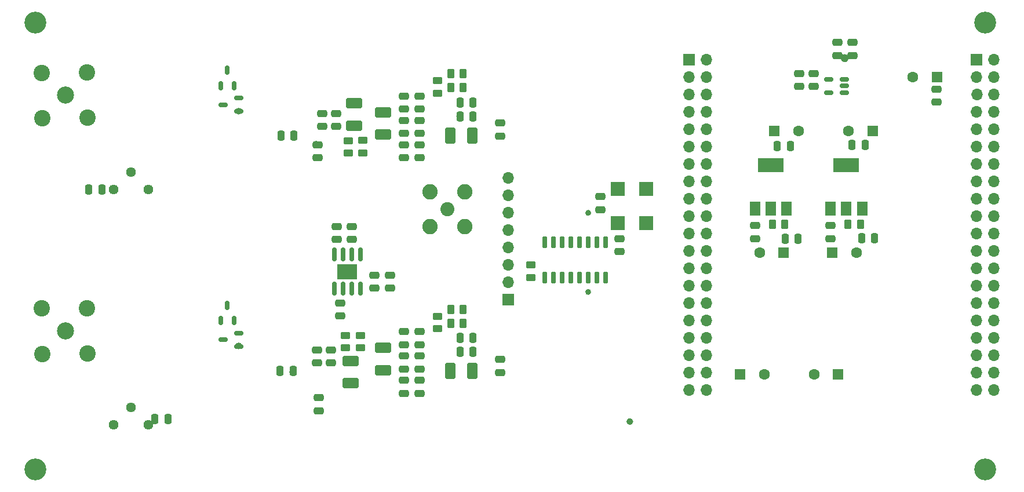
<source format=gbr>
%TF.GenerationSoftware,KiCad,Pcbnew,8.0.2*%
%TF.CreationDate,2025-02-26T15:06:30+00:00*%
%TF.ProjectId,misrc,6d697372-632e-46b6-9963-61645f706362,0.3*%
%TF.SameCoordinates,Original*%
%TF.FileFunction,Soldermask,Bot*%
%TF.FilePolarity,Negative*%
%FSLAX46Y46*%
G04 Gerber Fmt 4.6, Leading zero omitted, Abs format (unit mm)*
G04 Created by KiCad (PCBNEW 8.0.2) date 2025-02-26 15:06:30*
%MOMM*%
%LPD*%
G01*
G04 APERTURE LIST*
G04 Aperture macros list*
%AMRoundRect*
0 Rectangle with rounded corners*
0 $1 Rounding radius*
0 $2 $3 $4 $5 $6 $7 $8 $9 X,Y pos of 4 corners*
0 Add a 4 corners polygon primitive as box body*
4,1,4,$2,$3,$4,$5,$6,$7,$8,$9,$2,$3,0*
0 Add four circle primitives for the rounded corners*
1,1,$1+$1,$2,$3*
1,1,$1+$1,$4,$5*
1,1,$1+$1,$6,$7*
1,1,$1+$1,$8,$9*
0 Add four rect primitives between the rounded corners*
20,1,$1+$1,$2,$3,$4,$5,0*
20,1,$1+$1,$4,$5,$6,$7,0*
20,1,$1+$1,$6,$7,$8,$9,0*
20,1,$1+$1,$8,$9,$2,$3,0*%
G04 Aperture macros list end*
%ADD10C,0.476609*%
%ADD11C,0.434210*%
%ADD12C,0.150000*%
%ADD13C,0.598634*%
%ADD14O,1.700000X1.700000*%
%ADD15R,1.600000X1.600000*%
%ADD16C,1.600000*%
%ADD17R,1.700000X1.700000*%
%ADD18C,3.200000*%
%ADD19C,2.050000*%
%ADD20C,2.250000*%
%ADD21C,1.440000*%
%ADD22C,2.400000*%
%ADD23C,2.500000*%
%ADD24RoundRect,0.250000X-0.250000X-0.475000X0.250000X-0.475000X0.250000X0.475000X-0.250000X0.475000X0*%
%ADD25RoundRect,0.250001X-0.924999X0.499999X-0.924999X-0.499999X0.924999X-0.499999X0.924999X0.499999X0*%
%ADD26RoundRect,0.250000X-0.475000X0.250000X-0.475000X-0.250000X0.475000X-0.250000X0.475000X0.250000X0*%
%ADD27RoundRect,0.250000X0.475000X-0.250000X0.475000X0.250000X-0.475000X0.250000X-0.475000X-0.250000X0*%
%ADD28R,2.000000X2.000000*%
%ADD29RoundRect,0.150000X0.150000X-0.512500X0.150000X0.512500X-0.150000X0.512500X-0.150000X-0.512500X0*%
%ADD30RoundRect,0.250000X-0.450000X0.262500X-0.450000X-0.262500X0.450000X-0.262500X0.450000X0.262500X0*%
%ADD31RoundRect,0.250000X-0.262500X-0.450000X0.262500X-0.450000X0.262500X0.450000X-0.262500X0.450000X0*%
%ADD32RoundRect,0.250000X0.262500X0.450000X-0.262500X0.450000X-0.262500X-0.450000X0.262500X-0.450000X0*%
%ADD33R,1.500000X2.000000*%
%ADD34R,3.800000X2.000000*%
%ADD35RoundRect,0.150000X0.150000X-0.825000X0.150000X0.825000X-0.150000X0.825000X-0.150000X-0.825000X0*%
%ADD36R,3.000000X2.290000*%
%ADD37RoundRect,0.250001X0.924999X-0.499999X0.924999X0.499999X-0.924999X0.499999X-0.924999X-0.499999X0*%
%ADD38RoundRect,0.250000X0.250000X0.475000X-0.250000X0.475000X-0.250000X-0.475000X0.250000X-0.475000X0*%
%ADD39RoundRect,0.250000X0.450000X-0.262500X0.450000X0.262500X-0.450000X0.262500X-0.450000X-0.262500X0*%
%ADD40RoundRect,0.250001X-0.499999X-0.924999X0.499999X-0.924999X0.499999X0.924999X-0.499999X0.924999X0*%
%ADD41RoundRect,0.150000X0.512500X0.150000X-0.512500X0.150000X-0.512500X-0.150000X0.512500X-0.150000X0*%
%ADD42RoundRect,0.150000X0.150000X-0.725000X0.150000X0.725000X-0.150000X0.725000X-0.150000X-0.725000X0*%
G04 APERTURE END LIST*
D10*
X102092304Y-117983000D02*
G75*
G02*
X101615696Y-117983000I-238304J0D01*
G01*
X101615696Y-117983000D02*
G75*
G02*
X102092304Y-117983000I238304J0D01*
G01*
D11*
X145251105Y-94742000D02*
G75*
G02*
X144816895Y-94742000I-217105J0D01*
G01*
X144816895Y-94742000D02*
G75*
G02*
X145251105Y-94742000I217105J0D01*
G01*
D12*
X126639609Y-80645000D02*
G75*
G02*
X125836391Y-80645000I-401609J0D01*
G01*
X125836391Y-80645000D02*
G75*
G02*
X126639609Y-80645000I401609J0D01*
G01*
X132862609Y-81534000D02*
G75*
G02*
X132059391Y-81534000I-401609J0D01*
G01*
X132059391Y-81534000D02*
G75*
G02*
X132862609Y-81534000I401609J0D01*
G01*
D10*
X94197695Y-114173000D02*
G75*
G02*
X93721087Y-114173000I-238304J0D01*
G01*
X93721087Y-114173000D02*
G75*
G02*
X94197695Y-114173000I238304J0D01*
G01*
D12*
X123444000Y-77216000D02*
G75*
G02*
X122682000Y-77216000I-381000J0D01*
G01*
X122682000Y-77216000D02*
G75*
G02*
X123444000Y-77216000I381000J0D01*
G01*
D11*
X145251105Y-106299000D02*
G75*
G02*
X144816895Y-106299000I-217105J0D01*
G01*
X144816895Y-106299000D02*
G75*
G02*
X145251105Y-106299000I217105J0D01*
G01*
D10*
X151347695Y-125222000D02*
G75*
G02*
X150871087Y-125222000I-238304J0D01*
G01*
X150871087Y-125222000D02*
G75*
G02*
X151347695Y-125222000I238304J0D01*
G01*
X105521304Y-84709000D02*
G75*
G02*
X105044696Y-84709000I-238304J0D01*
G01*
X105044696Y-84709000D02*
G75*
G02*
X105521304Y-84709000I238304J0D01*
G01*
X94197695Y-79883000D02*
G75*
G02*
X93721087Y-79883000I-238304J0D01*
G01*
X93721087Y-79883000D02*
G75*
G02*
X94197695Y-79883000I238304J0D01*
G01*
X149864913Y-96266000D02*
G75*
G02*
X149388305Y-96266000I-238304J0D01*
G01*
X149388305Y-96266000D02*
G75*
G02*
X149864913Y-96266000I238304J0D01*
G01*
D13*
X182798317Y-72136000D02*
G75*
G02*
X182199683Y-72136000I-299317J0D01*
G01*
X182199683Y-72136000D02*
G75*
G02*
X182798317Y-72136000I299317J0D01*
G01*
D14*
%TO.C,*%
X159750000Y-77470000D03*
%TD*%
%TO.C,*%
X201840000Y-77470000D03*
%TD*%
D15*
%TO.C,C19*%
X181554000Y-118364000D03*
D16*
X178054000Y-118364000D03*
%TD*%
D17*
%TO.C,J2*%
X133350000Y-107442000D03*
D14*
X133350000Y-104902000D03*
X133350000Y-102362000D03*
X133350000Y-99822000D03*
X133350000Y-97282000D03*
X133350000Y-94742000D03*
X133350000Y-92202000D03*
X133350000Y-89662000D03*
%TD*%
D18*
%TO.C,H3*%
X203073000Y-132207000D03*
%TD*%
D17*
%TO.C,J3*%
X201803000Y-72390000D03*
D14*
X204343000Y-72390000D03*
X201803000Y-74930000D03*
X204343000Y-74930000D03*
X204343000Y-77470000D03*
X201803000Y-80010000D03*
X204343000Y-80010000D03*
X201803000Y-82550000D03*
X204343000Y-82550000D03*
X201803000Y-85090000D03*
X204343000Y-85090000D03*
X201803000Y-87630000D03*
X204343000Y-87630000D03*
X201803000Y-90170000D03*
X204343000Y-90170000D03*
X201803000Y-92710000D03*
X204343000Y-92710000D03*
X201803000Y-95250000D03*
X204343000Y-95250000D03*
X201803000Y-97790000D03*
X204343000Y-97790000D03*
X201803000Y-100330000D03*
X204343000Y-100330000D03*
X201803000Y-102870000D03*
X204343000Y-102870000D03*
X201803000Y-105410000D03*
X204343000Y-105410000D03*
X201803000Y-107950000D03*
X204343000Y-107950000D03*
X201803000Y-110490000D03*
X204343000Y-110490000D03*
X201803000Y-113030000D03*
X204343000Y-113030000D03*
X201803000Y-115570000D03*
X204343000Y-115570000D03*
X201803000Y-118110000D03*
X204343000Y-118110000D03*
X201803000Y-120650000D03*
X204343000Y-120650000D03*
%TD*%
D19*
%TO.C,J1*%
X124460000Y-94234000D03*
D20*
X121920000Y-91694000D03*
X121920000Y-96774000D03*
X127000000Y-91694000D03*
X127000000Y-96774000D03*
%TD*%
D21*
%TO.C,RV201*%
X75692000Y-91313000D03*
X78232000Y-88773000D03*
X80772000Y-91313000D03*
%TD*%
D15*
%TO.C,C17*%
X180721000Y-100584000D03*
D16*
X184221000Y-100584000D03*
%TD*%
D15*
%TO.C,C11*%
X186564651Y-82804000D03*
D16*
X183064651Y-82804000D03*
%TD*%
D18*
%TO.C,H2*%
X64262000Y-132207000D03*
%TD*%
D22*
%TO.C,J202*%
X71850000Y-80840000D03*
X65240000Y-80950000D03*
X71800000Y-74260000D03*
X65200000Y-74270000D03*
D23*
X68640000Y-77550000D03*
%TD*%
D15*
%TO.C,C10*%
X172240000Y-82801000D03*
D16*
X175740000Y-82801000D03*
%TD*%
D15*
%TO.C,C6*%
X195962651Y-74930000D03*
D16*
X192462651Y-74930000D03*
%TD*%
D15*
%TO.C,C18*%
X167259000Y-118364000D03*
D16*
X170759000Y-118364000D03*
%TD*%
D18*
%TO.C,H1*%
X64262000Y-66929000D03*
%TD*%
D23*
%TO.C,J201*%
X68645000Y-111960000D03*
D22*
X65205000Y-108680000D03*
X71805000Y-108670000D03*
X65245000Y-115360000D03*
X71855000Y-115250000D03*
%TD*%
D15*
%TO.C,C16*%
X173609000Y-100584000D03*
D16*
X170109000Y-100584000D03*
%TD*%
D18*
%TO.C,H4*%
X203073000Y-66929000D03*
%TD*%
D21*
%TO.C,RV101*%
X75707000Y-125685000D03*
X78247000Y-123145000D03*
X80787000Y-125685000D03*
%TD*%
D17*
%TO.C,J4*%
X159800000Y-72390000D03*
D14*
X162340000Y-72390000D03*
X159800000Y-74930000D03*
X162340000Y-74930000D03*
X162340000Y-77470000D03*
X159800000Y-80010000D03*
X162340000Y-80010000D03*
X159800000Y-82550000D03*
X162340000Y-82550000D03*
X159800000Y-85090000D03*
X162340000Y-85090000D03*
X159800000Y-87630000D03*
X162340000Y-87630000D03*
X159800000Y-90170000D03*
X162340000Y-90170000D03*
X159800000Y-92710000D03*
X162340000Y-92710000D03*
X159800000Y-95250000D03*
X162340000Y-95250000D03*
X159800000Y-97790000D03*
X162340000Y-97790000D03*
X159800000Y-100330000D03*
X162340000Y-100330000D03*
X159800000Y-102870000D03*
X162340000Y-102870000D03*
X159800000Y-105410000D03*
X162340000Y-105410000D03*
X159800000Y-107950000D03*
X162340000Y-107950000D03*
X159800000Y-110490000D03*
X162340000Y-110490000D03*
X159800000Y-113030000D03*
X162340000Y-113030000D03*
X159800000Y-115570000D03*
X162340000Y-115570000D03*
X159800000Y-118110000D03*
X162340000Y-118110000D03*
X159800000Y-120650000D03*
X162340000Y-120650000D03*
%TD*%
D24*
%TO.C,C122*%
X100015000Y-117856000D03*
X101915000Y-117856000D03*
%TD*%
D25*
%TO.C,C102*%
X110363000Y-116358000D03*
X110363000Y-119608000D03*
%TD*%
D26*
%TO.C,C226*%
X132207000Y-81600000D03*
X132207000Y-83500000D03*
%TD*%
D27*
%TO.C,C221*%
X118097000Y-83119000D03*
X118097000Y-81219000D03*
%TD*%
D26*
%TO.C,C20*%
X169418000Y-96586000D03*
X169418000Y-98486000D03*
%TD*%
%TO.C,C8*%
X175831500Y-74361000D03*
X175831500Y-76261000D03*
%TD*%
D28*
%TO.C,X1*%
X149330000Y-96240000D03*
X149330000Y-91240000D03*
X153530000Y-91240000D03*
X153530000Y-96240000D03*
%TD*%
D29*
%TO.C,Q202*%
X93279000Y-76194500D03*
X91379000Y-76194500D03*
X92329000Y-73919500D03*
%TD*%
D30*
%TO.C,R204*%
X112141000Y-84154000D03*
X112141000Y-85979000D03*
%TD*%
D27*
%TO.C,C22*%
X108839000Y-109789000D03*
X108839000Y-107889000D03*
%TD*%
D26*
%TO.C,C21*%
X180467000Y-96586000D03*
X180467000Y-98486000D03*
%TD*%
D31*
%TO.C,R5*%
X182983500Y-96393000D03*
X184808500Y-96393000D03*
%TD*%
D32*
%TO.C,R126*%
X126769500Y-110871000D03*
X124944500Y-110871000D03*
%TD*%
D26*
%TO.C,C114*%
X120396000Y-112080000D03*
X120396000Y-113980000D03*
%TD*%
D24*
%TO.C,C216*%
X126291000Y-80645000D03*
X128191000Y-80645000D03*
%TD*%
D32*
%TO.C,R226*%
X126756500Y-76454000D03*
X124931500Y-76454000D03*
%TD*%
D26*
%TO.C,C213*%
X118097000Y-77663000D03*
X118097000Y-79563000D03*
%TD*%
%TO.C,C7*%
X195961000Y-76647000D03*
X195961000Y-78547000D03*
%TD*%
D33*
%TO.C,Q2*%
X185053000Y-94082000D03*
X182753000Y-94082000D03*
D34*
X182753000Y-87782000D03*
D33*
X180453000Y-94082000D03*
%TD*%
D24*
%TO.C,C15*%
X184978000Y-98425000D03*
X186878000Y-98425000D03*
%TD*%
D27*
%TO.C,C112*%
X118110000Y-121092000D03*
X118110000Y-119192000D03*
%TD*%
%TO.C,C31*%
X146810000Y-94250000D03*
X146810000Y-92350000D03*
%TD*%
D29*
%TO.C,Q102*%
X93279000Y-110490000D03*
X91379000Y-110490000D03*
X92329000Y-108215000D03*
%TD*%
D26*
%TO.C,C223*%
X105537000Y-84775000D03*
X105537000Y-86675000D03*
%TD*%
%TO.C,C214*%
X120383000Y-77663000D03*
X120383000Y-79563000D03*
%TD*%
D35*
%TO.C,U7*%
X111748000Y-105788000D03*
X110478000Y-105788000D03*
X109208000Y-105788000D03*
X107938000Y-105788000D03*
X107938000Y-100838000D03*
X109208000Y-100838000D03*
X110478000Y-100838000D03*
X111748000Y-100838000D03*
D36*
X109843000Y-103313000D03*
%TD*%
D37*
%TO.C,C217*%
X115049000Y-83286000D03*
X115049000Y-80036000D03*
%TD*%
D24*
%TO.C,C14*%
X173802000Y-98552000D03*
X175702000Y-98552000D03*
%TD*%
D30*
%TO.C,R125*%
X123063000Y-109831500D03*
X123063000Y-111656500D03*
%TD*%
D24*
%TO.C,C115*%
X126304000Y-113030000D03*
X128204000Y-113030000D03*
%TD*%
D27*
%TO.C,C111*%
X120396000Y-121092000D03*
X120396000Y-119192000D03*
%TD*%
D32*
%TO.C,R224*%
X126756500Y-74422000D03*
X124931500Y-74422000D03*
%TD*%
D38*
%TO.C,C29*%
X73975000Y-91313000D03*
X72075000Y-91313000D03*
%TD*%
D27*
%TO.C,C204*%
X106172000Y-82103000D03*
X106172000Y-80203000D03*
%TD*%
D33*
%TO.C,Q1*%
X174004000Y-94082000D03*
X171704000Y-94082000D03*
D34*
X171704000Y-87782000D03*
D33*
X169404000Y-94082000D03*
%TD*%
D24*
%TO.C,C116*%
X126304000Y-115062000D03*
X128204000Y-115062000D03*
%TD*%
D27*
%TO.C,C211*%
X120383000Y-86675000D03*
X120383000Y-84775000D03*
%TD*%
D26*
%TO.C,C113*%
X118110000Y-112080000D03*
X118110000Y-113980000D03*
%TD*%
D30*
%TO.C,R225*%
X123050000Y-75414500D03*
X123050000Y-77239500D03*
%TD*%
D32*
%TO.C,R124*%
X126769500Y-108839000D03*
X124944500Y-108839000D03*
%TD*%
D24*
%TO.C,C12*%
X172659000Y-84963000D03*
X174559000Y-84963000D03*
%TD*%
D26*
%TO.C,C126*%
X132207000Y-116144000D03*
X132207000Y-118044000D03*
%TD*%
D39*
%TO.C,R104*%
X111760000Y-114450500D03*
X111760000Y-112625500D03*
%TD*%
D27*
%TO.C,C220*%
X120383000Y-83119000D03*
X120383000Y-81219000D03*
%TD*%
D26*
%TO.C,C23*%
X110490000Y-96713000D03*
X110490000Y-98613000D03*
%TD*%
D37*
%TO.C,C117*%
X115062000Y-117703000D03*
X115062000Y-114453000D03*
%TD*%
D40*
%TO.C,C110*%
X124867000Y-117856000D03*
X128117000Y-117856000D03*
%TD*%
D41*
%TO.C,U6*%
X182430000Y-75250000D03*
X182430000Y-76200000D03*
X182430000Y-77150000D03*
X180155000Y-77150000D03*
X180155000Y-75250000D03*
%TD*%
D26*
%TO.C,C27*%
X181483000Y-69850000D03*
X181483000Y-71750000D03*
%TD*%
D31*
%TO.C,R4*%
X171934500Y-96393000D03*
X173759500Y-96393000D03*
%TD*%
D37*
%TO.C,C202*%
X110871000Y-81990000D03*
X110871000Y-78740000D03*
%TD*%
D41*
%TO.C,Q101*%
X93974500Y-112334000D03*
X93974500Y-114234000D03*
X91699500Y-113284000D03*
%TD*%
D42*
%TO.C,U1*%
X147574000Y-104175000D03*
X146304000Y-104175000D03*
X145034000Y-104175000D03*
X143764000Y-104175000D03*
X142494000Y-104175000D03*
X141224000Y-104175000D03*
X139954000Y-104175000D03*
X138684000Y-104175000D03*
X138684000Y-99025000D03*
X139954000Y-99025000D03*
X141224000Y-99025000D03*
X142494000Y-99025000D03*
X143764000Y-99025000D03*
X145034000Y-99025000D03*
X146304000Y-99025000D03*
X147574000Y-99025000D03*
%TD*%
D27*
%TO.C,C104*%
X105410000Y-116647000D03*
X105410000Y-114747000D03*
%TD*%
D39*
%TO.C,R1*%
X136652000Y-104163500D03*
X136652000Y-102338500D03*
%TD*%
%TO.C,R205*%
X109982000Y-86002500D03*
X109982000Y-84177500D03*
%TD*%
D26*
%TO.C,C28*%
X183642000Y-69850000D03*
X183642000Y-71750000D03*
%TD*%
D41*
%TO.C,Q201*%
X93980000Y-77978000D03*
X93980000Y-79878000D03*
X91705000Y-78928000D03*
%TD*%
D27*
%TO.C,C212*%
X118097000Y-86675000D03*
X118097000Y-84775000D03*
%TD*%
D26*
%TO.C,C5*%
X149606000Y-98491000D03*
X149606000Y-100391000D03*
%TD*%
D27*
%TO.C,C120*%
X120396000Y-117536000D03*
X120396000Y-115636000D03*
%TD*%
%TO.C,C203*%
X108204000Y-82103000D03*
X108204000Y-80203000D03*
%TD*%
D24*
%TO.C,C13*%
X183581000Y-84836000D03*
X185481000Y-84836000D03*
%TD*%
D27*
%TO.C,C103*%
X107442000Y-116647000D03*
X107442000Y-114747000D03*
%TD*%
D24*
%TO.C,C215*%
X126291000Y-78613000D03*
X128191000Y-78613000D03*
%TD*%
D26*
%TO.C,C123*%
X105664000Y-121732000D03*
X105664000Y-123632000D03*
%TD*%
D24*
%TO.C,C222*%
X100142000Y-83439000D03*
X102042000Y-83439000D03*
%TD*%
D27*
%TO.C,C121*%
X118110000Y-117536000D03*
X118110000Y-115636000D03*
%TD*%
D40*
%TO.C,C210*%
X124854000Y-83439000D03*
X128104000Y-83439000D03*
%TD*%
D27*
%TO.C,C25*%
X116078000Y-105725000D03*
X116078000Y-103825000D03*
%TD*%
D24*
%TO.C,C30*%
X81727000Y-124841000D03*
X83627000Y-124841000D03*
%TD*%
D30*
%TO.C,R105*%
X109601000Y-112625500D03*
X109601000Y-114450500D03*
%TD*%
D26*
%TO.C,C9*%
X177990500Y-74361000D03*
X177990500Y-76261000D03*
%TD*%
D27*
%TO.C,C26*%
X113792000Y-105725000D03*
X113792000Y-103825000D03*
%TD*%
%TO.C,C24*%
X108331000Y-98613000D03*
X108331000Y-96713000D03*
%TD*%
M02*

</source>
